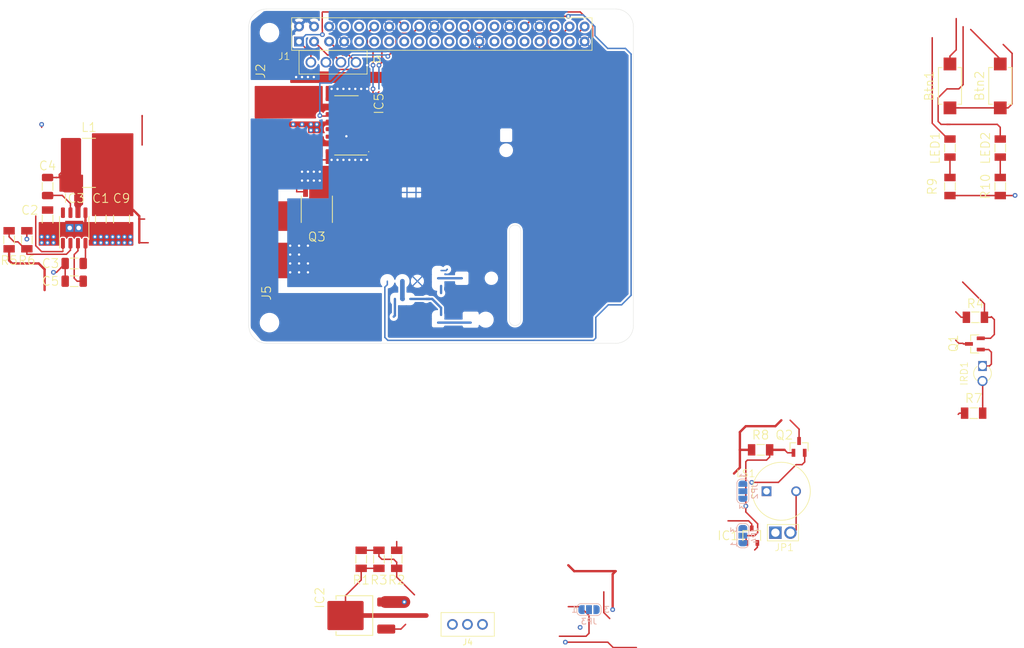
<source format=kicad_pcb>
(kicad_pcb (version 20171130) (host pcbnew "(5.1.2-1)-1")
  (layers (0 F.Cu signal) (31 B.Cu signal hide) (34 B.Paste user) (35 F.Paste user) (36 B.SilkS user) (37 F.SilkS user) (38 B.Mask user) (39 F.Mask user) (44 Edge.Cuts user))
  (net 0 "")
  (net 1 GND)
  (net 2 "Net-(J1-Pad35)")
  (net 3 "Net-(J1-Pad27)")
  (net 4 "Net-(J1-Pad23)")
  (net 5 "Net-(J1-Pad21)")
  (net 6 "Net-(J1-Pad19)")
  (net 7 "Net-(J1-Pad17)")
  (net 8 "Net-(J1-Pad13)")
  (net 9 "Net-(J1-Pad11)")
  (net 10 SCL)
  (net 11 SDA)
  (net 12 "Net-(J1-Pad28)")
  (net 13 "Net-(J1-Pad26)")
  (net 14 "Net-(J1-Pad10)")
  (net 15 "Net-(J1-Pad8)")
  (net 16 +5V)
  (net 17 Vbat)
  (net 18 "Net-(C5-Pad2)")
  (net 19 "Net-(C4-Pad2)")
  (net 20 "Net-(J1-Pad15)")
  (net 21 GPIO26)
  (net 22 GPIO13)
  (net 23 GPIO6)
  (net 24 GPIO5)
  (net 25 "Net-(IC2-Pad1)")
  (net 26 Vservo)
  (net 27 "Net-(IC3-Pad2)")
  (net 28 "Net-(IC5-Pad15)")
  (net 29 GPIO18)
  (net 30 GPIO24)
  (net 31 "Net-(IC5-Pad10)")
  (net 32 GPIO25)
  (net 33 "Net-(IC5-Pad13)")
  (net 34 "Net-(J1-Pad9)")
  (net 35 GPIO23)
  (net 36 GPIO12)
  (net 37 GPIO16)
  (net 38 GPIO20)
  (net 39 GPIO21)
  (net 40 "Net-(J4-Pad2)")
  (net 41 GPIO8)
  (net 42 "Net-(IC1-Pad1)")
  (net 43 "Net-(JP1-Pad1)")
  (net 44 "Net-(JP2-Pad1)")
  (net 45 +3V3)
  (net 46 "Net-(JP1-Pad2)")
  (net 47 "Net-(JP2-Pad2)")
  (net 48 "Net-(LED1-Pad1)")
  (net 49 "Net-(LED2-Pad1)")
  (net 50 +BATT)
  (net 51 "Net-(J5-Pad1)")
  (net 52 "Net-(C3-Pad2)")
  (net 53 "Net-(C4-Pad1)")
  (net 54 "Net-(IRD1-Pad1)")
  (net 55 "Net-(IRD1-Pad2)")
  (module "Pi HAT Footprints:DPAK3P457_1010X238L155X81T525X470M" (layer F.Cu) (at 138.5 171 90)
    (fp_text reference IC2 (at 3 -7 90) (layer F.SilkS) (effects (font (size 1.5 1.5))))
    (fp_text value AZ2085D-ADJTRG1)
    (pad 2 smd roundrect (at 0 -2.65 180) (size 6.12 4.93) (layers F.Cu F.Mask) (roundrect_rratio 0.051) (net 26 Vservo))
    (pad 3 smd roundrect (at 2.286 4.23 180) (size 3.04 1.53) (layers F.Cu F.Paste F.Mask) (roundrect_rratio 0.163) (net 50 +BATT))
    (pad 1 smd roundrect (at -2.286 4.23 180) (size 3.04 1.53) (layers F.Cu F.Paste F.Mask) (roundrect_rratio 0.1634) (net 25 "Net-(IC2-Pad1)"))
  )
  (module "Pi HAT Footprints:INDC800X800X450L240M" (layer F.Cu) (at 92.5 94.5 180)
    (fp_text reference L1 (at 0 6) (layer F.SilkS) (effects (font (size 1.5 1.5))))
    (fp_text value 3.3uH)
    (pad 2 smd roundrect (at 3.045 0 180) (size 3.42 8.41) (layers F.Cu F.Paste F.Mask) (roundrect_rratio 0.0731) (net 53 "Net-(C4-Pad1)"))
    (pad 1 smd roundrect (at -3.045 0 180) (size 3.42 8.41) (layers F.Cu F.Paste F.Mask) (roundrect_rratio 0.0731) (net 16 +5V))
  )
  (module "Pi HAT Footprints:SOIC16P127_990X600X175L83X41M" (layer F.Cu) (at 136.006914 88.169157 90)
    (fp_text reference IC5 (at 3.669157 5.493086 90) (layer F.SilkS) (effects (font (size 1.5 1.5))))
    (fp_text value VNH7070BAS)
    (pad 16 smd roundrect (at -4.445 -2.425 180) (size 2.17 0.68) (layers F.Cu F.Paste F.Mask) (net 1 GND))
    (pad 15 smd roundrect (at -3.175 -2.425 180) (size 2.17 0.68) (layers F.Cu F.Paste F.Mask) (net 28 "Net-(IC5-Pad15)"))
    (pad 14 smd roundrect (at -1.905 -2.425 180) (size 2.17 0.68) (layers F.Cu F.Paste F.Mask) (net 1 GND))
    (pad 13 smd roundrect (at -0.635 -2.425 180) (size 2.17 0.68) (layers F.Cu F.Paste F.Mask) (net 33 "Net-(IC5-Pad13)"))
    (pad 12 smd roundrect (at 0.635 -2.425 180) (size 2.17 0.68) (layers F.Cu F.Paste F.Mask) (net 17 Vbat))
    (pad 11 smd roundrect (at 1.905 -2.425 180) (size 2.17 0.68) (layers F.Cu F.Paste F.Mask) (net 30 GPIO24))
    (pad 10 smd roundrect (at 3.175 -2.425 180) (size 2.17 0.68) (layers F.Cu F.Paste F.Mask) (net 31 "Net-(IC5-Pad10)"))
    (pad 9 smd roundrect (at 4.445 -2.425 180) (size 2.17 0.68) (layers F.Cu F.Paste F.Mask) (net 1 GND))
    (pad 8 smd roundrect (at 4.445 2.425 180) (size 2.17 0.68) (layers F.Cu F.Paste F.Mask) (net 1 GND))
    (pad 7 smd roundrect (at 3.175 2.425 180) (size 2.17 0.68) (layers F.Cu F.Paste F.Mask) (net 31 "Net-(IC5-Pad10)"))
    (pad 6 smd roundrect (at 1.905 2.425 180) (size 2.17 0.68) (layers F.Cu F.Paste F.Mask) (net 29 GPIO18))
    (pad 5 smd roundrect (at 0.635 2.425 180) (size 2.17 0.68) (layers F.Cu F.Paste F.Mask) (net 17 Vbat))
    (pad 4 smd roundrect (at -0.635 2.425 180) (size 2.17 0.68) (layers F.Cu F.Paste F.Mask) (net 17 Vbat))
    (pad 3 smd roundrect (at -1.905 2.425 180) (size 2.17 0.68) (layers F.Cu F.Paste F.Mask) (net 35 GPIO23))
    (pad 2 smd roundrect (at -3.175 2.425 180) (size 2.17 0.68) (layers F.Cu F.Paste F.Mask) (net 28 "Net-(IC5-Pad15)"))
    (pad 1 smd roundrect (at -4.445 2.425 180) (size 2.17 0.68) (layers F.Cu F.Paste F.Mask) (net 1 GND))
  )
  (module library_express_pro:LED_YSL-R531R3D-D2 (layer F.Cu) (at 243.5 130.1 270)
    (fp_text reference IRD1 (at 0 3.1 90) (layer F.SilkS) (effects (font (size 1.2 1.2) (thickness 0.12))))
    (fp_text value IR_LED)
    (pad 1 thru_hole rect (at -1.27 0 270) (size 1.7 1.43) (drill 1.2) (layers *.Cu *.Mask) (net 54 "Net-(IRD1-Pad1)"))
    (pad 2 thru_hole circle (at 1.27 0 270) (size 1.7 1.7) (drill 1.2) (layers *.Cu *.Mask) (net 55 "Net-(IRD1-Pad2)"))
  )
  (module library_express_pro:RLC_EIA_3216 (layer F.Cu) (at 246.5 98.5 90)
    (fp_text reference R10 (at 0 -2.5 90) (layer F.SilkS) (effects (font (size 1.5 1.5))))
    (fp_text value 220)
    (pad 1 smd rect (at -1.525 0 90) (size 1.26 1.92) (layers F.Cu F.Paste F.Mask) (net 1 GND))
    (pad 2 smd rect (at 1.525 0 90) (size 1.26 1.92) (layers F.Cu F.Paste F.Mask) (net 49 "Net-(LED2-Pad1)"))
  )
  (module library_express_pro:RLC_EIA_3216 (layer F.Cu) (at 238 98.5 90)
    (fp_text reference R9 (at 0 -3 90) (layer F.SilkS) (effects (font (size 1.5 1.5))))
    (fp_text value 220)
    (pad 1 smd rect (at -1.525 0 90) (size 1.26 1.92) (layers F.Cu F.Paste F.Mask) (net 1 GND))
    (pad 2 smd rect (at 1.525 0 90) (size 1.26 1.92) (layers F.Cu F.Paste F.Mask) (net 48 "Net-(LED1-Pad1)"))
  )
  (module "Pi HAT Footprints:SOIC9P127_490X600X150L72X40T305X241L" (layer F.Cu) (at 90 105.5)
    (fp_text reference IC3 (at 0 -5) (layer F.SilkS) (effects (font (size 1.5 1.5))))
    (fp_text value AP65450)
    (pad 9 thru_hole rect (at -0.762 0) (size 1.324 1.324) (drill 0.762) (layers *.Cu *.Mask) (net 1 GND))
    (pad 9 thru_hole rect (at 0.762 0) (size 1.324 1.324) (drill 0.762) (layers *.Cu *.Mask) (net 1 GND))
    (pad 9 smd rect (at 0 0 90) (size 2.41 3.05) (layers F.Cu F.Mask) (net 1 GND))
    (pad 8 smd roundrect (at -1.905 -2.575 90) (size 1.78 0.67) (layers F.Cu F.Paste F.Mask) (roundrect_rratio 0.2537) (net 50 +BATT))
    (pad 7 smd roundrect (at -0.635 -2.575 90) (size 1.78 0.67) (layers F.Cu F.Paste F.Mask) (roundrect_rratio 0.2537) (net 19 "Net-(C4-Pad2)"))
    (pad 6 smd roundrect (at 0.635 -2.575 90) (size 1.78 0.67) (layers F.Cu F.Paste F.Mask) (roundrect_rratio 0.2537) (net 53 "Net-(C4-Pad1)"))
    (pad 5 smd roundrect (at 1.905 -2.575 90) (size 1.78 0.67) (layers F.Cu F.Paste F.Mask) (roundrect_rratio 0.2537) (net 1 GND))
    (pad 4 smd roundrect (at 1.905 2.575 90) (size 1.78 0.67) (layers F.Cu F.Paste F.Mask) (roundrect_rratio 0.2537) (net 52 "Net-(C3-Pad2)"))
    (pad 3 smd roundrect (at 0.635 2.575 90) (size 1.78 0.67) (layers F.Cu F.Paste F.Mask) (roundrect_rratio 0.2537) (net 18 "Net-(C5-Pad2)"))
    (pad 2 smd roundrect (at -0.635 2.575 90) (size 1.78 0.67) (layers F.Cu F.Paste F.Mask) (roundrect_rratio 0.2537) (net 27 "Net-(IC3-Pad2)"))
    (pad 1 smd roundrect (at -1.905 2.575 90) (size 1.78 0.67) (layers F.Cu F.Paste F.Mask) (roundrect_rratio 0.2537) (net 50 +BATT))
  )
  (module "Pi HAT Footprints:CAPC320X250X180L50L" (layer F.Cu) (at 98 104 90)
    (fp_text reference C9 (at 3.5 0 180) (layer F.SilkS) (effects (font (size 1.5 1.5))))
    (fp_text value "22uF 25V")
    (pad 2 smd roundrect (at 1.525 0 90) (size 1.26 2.82) (layers F.Cu F.Paste F.Mask) (roundrect_rratio 0.1984) (net 16 +5V))
    (pad 1 smd roundrect (at -1.525 0 90) (size 1.26 2.82) (layers F.Cu F.Paste F.Mask) (roundrect_rratio 0.1984) (net 1 GND))
  )
  (module "Pi HAT Footprints:CAPC320X160X180L50M" (layer F.Cu) (at 85.5 98.5 270)
    (fp_text reference C4 (at -3.5 0 180) (layer F.SilkS) (effects (font (size 1.5 1.5))))
    (fp_text value "1uF 25V")
    (pad 2 smd roundrect (at 1.525 0 270) (size 1.26 1.92) (layers F.Cu F.Paste F.Mask) (roundrect_rratio 0.1984) (net 19 "Net-(C4-Pad2)"))
    (pad 1 smd roundrect (at -1.525 0 270) (size 1.26 1.92) (layers F.Cu F.Paste F.Mask) (roundrect_rratio 0.1984) (net 53 "Net-(C4-Pad1)"))
  )
  (module "Pi HAT Footprints:CAPC320X160X180L50M" (layer F.Cu) (at 90 111.5)
    (fp_text reference C3 (at -4 0) (layer F.SilkS) (effects (font (size 1.5 1.5))))
    (fp_text value "1uF 25V")
    (pad 2 smd roundrect (at 1.525 0) (size 1.26 1.92) (layers F.Cu F.Paste F.Mask) (roundrect_rratio 0.1984) (net 52 "Net-(C3-Pad2)"))
    (pad 1 smd roundrect (at -1.525 0) (size 1.26 1.92) (layers F.Cu F.Paste F.Mask) (roundrect_rratio 0.1984) (net 1 GND))
  )
  (module library_express_pro:RLC_EIA_3216 (layer F.Cu) (at 85.5 104 90)
    (fp_text reference C2 (at 1.5 -3 180) (layer F.SilkS) (effects (font (size 1.5 1.5))))
    (fp_text value 10uF)
    (pad 1 smd rect (at -1.525 0 90) (size 1.26 1.92) (layers F.Cu F.Paste F.Mask) (net 1 GND))
    (pad 2 smd rect (at 1.525 0 90) (size 1.26 1.92) (layers F.Cu F.Paste F.Mask) (net 50 +BATT))
  )
  (module library_express_pro:SOT23 (layer F.Cu) (at 212.5 142.5)
    (fp_text reference Q2 (at -2.5 -2) (layer F.SilkS) (effects (font (size 1.5 1.5))))
    (fp_text value DMG2301L-7)
    (pad 1 smd rect (at -0.95 1 90) (size 1.35 0.62) (layers F.Cu F.Paste F.Mask) (net 42 "Net-(IC1-Pad1)"))
    (pad 2 smd rect (at 0.95 1 90) (size 1.35 0.62) (layers F.Cu F.Paste F.Mask) (net 44 "Net-(JP2-Pad1)"))
    (pad 3 smd rect (at 0 -1 90) (size 1.35 0.62) (layers F.Cu F.Paste F.Mask) (net 16 +5V))
  )
  (module library_express_pro:RLC_EIA_3216 (layer F.Cu) (at 206 143 180)
    (fp_text reference R8 (at 0 2.5) (layer F.SilkS) (effects (font (size 1.5 1.5))))
    (fp_text value 220)
    (pad 1 smd rect (at -1.525 0 180) (size 1.26 1.92) (layers F.Cu F.Paste F.Mask) (net 42 "Net-(IC1-Pad1)"))
    (pad 2 smd rect (at 1.525 0 180) (size 1.26 1.92) (layers F.Cu F.Paste F.Mask) (net 16 +5V))
  )
  (module Jumper:SolderJumper-3_P1.3mm_Open_RoundedPad1.0x1.5mm_NumberLabels (layer B.Cu) (at 203 157.5 90)
    (fp_text reference JP4 (at 0 2 270) (layer B.SilkS) (effects (justify mirror)))
    (fp_text value SolderJumper_3_Bridged12)
    (fp_text user 1 (at -1.5 -1.5 270) (layer B.SilkS) (effects (justify mirror)))
    (fp_text user 3 (at 1 -1.5 270) (layer B.SilkS) (effects (justify mirror)))
    (pad 2 smd rect (at 0 0 90) (size 1 1.5) (layers B.Cu B.Mask) (net 43 "Net-(JP1-Pad1)"))
    (pad 3 smd custom (at 1.3 0 90) (size 1 0.5) (layers B.Cu B.Mask) (net 16 +5V) (options (clearance outline) (anchor rect)) (primitives (gr_circle (center 0 -0.25) (end 0.5 -0.25) (width 0)) (gr_circle (center 0 0.25) (end 0.5 0.25) (width 0)) (gr_poly (pts (xy -0.55 0.75) (xy 0 0.75) (xy 0 -0.75) (xy -0.55 -0.75)) (width 0))))
    (pad 1 smd custom (at -1.3 0 90) (size 1 0.5) (layers B.Cu B.Mask) (net 1 GND) (options (clearance outline) (anchor rect)) (primitives (gr_circle (center 0 -0.25) (end 0.5 -0.25) (width 0)) (gr_circle (center 0 0.25) (end 0.5 0.25) (width 0)) (gr_poly (pts (xy 0.55 0.75) (xy 0 0.75) (xy 0 -0.75) (xy 0.55 -0.75)) (width 0))))
  )
  (module library_express_pro:RasPi_Header_0.9 (layer F.Cu) (at 128 74)
    (fp_text reference J1 (at -2.5 2.5) (layer F.SilkS) (effects (font (size 1.2 1.2) (thickness 0.12))))
    (fp_text value Conn_02x20_Odd_Even)
    (pad 1 thru_hole rect (at 0 0) (size 1.6764 1.6764) (drill 0.900001) (layers *.Cu *.Mask) (net 45 +3V3))
    (pad 2 thru_hole circle (at 0 -2.54) (size 1.6764 1.6764) (drill 0.900001) (layers *.Cu *.Mask) (net 16 +5V))
    (pad 3 thru_hole circle (at 2.54 0) (size 1.6764 1.6764) (drill 0.900001) (layers *.Cu *.Mask) (net 11 SDA))
    (pad 4 thru_hole circle (at 2.54 -2.54) (size 1.6764 1.6764) (drill 0.900001) (layers *.Cu *.Mask) (net 16 +5V))
    (pad 5 thru_hole circle (at 5.08 0) (size 1.6764 1.6764) (drill 0.900001) (layers *.Cu *.Mask) (net 10 SCL))
    (pad 6 thru_hole circle (at 5.08 -2.54) (size 1.6764 1.6764) (drill 0.900001) (layers *.Cu *.Mask) (net 1 GND))
    (pad 7 thru_hole circle (at 7.62 0) (size 1.6764 1.6764) (drill 0.900001) (layers *.Cu *.Mask) (net 1 GND))
    (pad 8 thru_hole circle (at 7.62 -2.54) (size 1.6764 1.6764) (drill 0.900001) (layers *.Cu *.Mask) (net 15 "Net-(J1-Pad8)"))
    (pad 9 thru_hole circle (at 10.16 0) (size 1.6764 1.6764) (drill 0.900001) (layers *.Cu *.Mask) (net 34 "Net-(J1-Pad9)"))
    (pad 10 thru_hole circle (at 10.16 -2.54) (size 1.6764 1.6764) (drill 0.900001) (layers *.Cu *.Mask) (net 14 "Net-(J1-Pad10)"))
    (pad 11 thru_hole circle (at 12.7 0) (size 1.6764 1.6764) (drill 0.900001) (layers *.Cu *.Mask) (net 9 "Net-(J1-Pad11)"))
    (pad 12 thru_hole circle (at 12.7 -2.54) (size 1.6764 1.6764) (drill 0.900001) (layers *.Cu *.Mask) (net 29 GPIO18))
    (pad 13 thru_hole circle (at 15.24 0) (size 1.6764 1.6764) (drill 0.900001) (layers *.Cu *.Mask) (net 8 "Net-(J1-Pad13)"))
    (pad 14 thru_hole circle (at 15.24 -2.54) (size 1.6764 1.6764) (drill 0.900001) (layers *.Cu *.Mask) (net 1 GND))
    (pad 15 thru_hole circle (at 17.78 0) (size 1.6764 1.6764) (drill 0.900001) (layers *.Cu *.Mask) (net 20 "Net-(J1-Pad15)"))
    (pad 16 thru_hole circle (at 17.78 -2.54) (size 1.6764 1.6764) (drill 0.900001) (layers *.Cu *.Mask) (net 35 GPIO23))
    (pad 17 thru_hole circle (at 20.32 0) (size 1.6764 1.6764) (drill 0.900001) (layers *.Cu *.Mask) (net 7 "Net-(J1-Pad17)"))
    (pad 18 thru_hole circle (at 20.32 -2.54) (size 1.6764 1.6764) (drill 0.900001) (layers *.Cu *.Mask) (net 30 GPIO24))
    (pad 19 thru_hole circle (at 22.86 0) (size 1.6764 1.6764) (drill 0.900001) (layers *.Cu *.Mask) (net 6 "Net-(J1-Pad19)"))
    (pad 20 thru_hole circle (at 22.86 -2.54) (size 1.6764 1.6764) (drill 0.900001) (layers *.Cu *.Mask) (net 1 GND))
    (pad 21 thru_hole circle (at 25.4 0) (size 1.6764 1.6764) (drill 0.900001) (layers *.Cu *.Mask) (net 5 "Net-(J1-Pad21)"))
    (pad 22 thru_hole circle (at 25.4 -2.54) (size 1.6764 1.6764) (drill 0.900001) (layers *.Cu *.Mask) (net 32 GPIO25))
    (pad 23 thru_hole circle (at 27.94 0) (size 1.6764 1.6764) (drill 0.900001) (layers *.Cu *.Mask) (net 4 "Net-(J1-Pad23)"))
    (pad 24 thru_hole circle (at 27.94 -2.54) (size 1.6764 1.6764) (drill 0.900001) (layers *.Cu *.Mask) (net 41 GPIO8))
    (pad 25 thru_hole circle (at 30.48 0) (size 1.6764 1.6764) (drill 0.900001) (layers *.Cu *.Mask) (net 1 GND))
    (pad 26 thru_hole circle (at 30.48 -2.54) (size 1.6764 1.6764) (drill 0.900001) (layers *.Cu *.Mask) (net 13 "Net-(J1-Pad26)"))
    (pad 27 thru_hole circle (at 33.02 0) (size 1.6764 1.6764) (drill 0.900001) (layers *.Cu *.Mask) (net 3 "Net-(J1-Pad27)"))
    (pad 28 thru_hole circle (at 33.02 -2.54) (size 1.6764 1.6764) (drill 0.900001) (layers *.Cu *.Mask) (net 12 "Net-(J1-Pad28)"))
    (pad 29 thru_hole circle (at 35.56 0) (size 1.6764 1.6764) (drill 0.900001) (layers *.Cu *.Mask) (net 24 GPIO5))
    (pad 30 thru_hole circle (at 35.56 -2.54) (size 1.6764 1.6764) (drill 0.900001) (layers *.Cu *.Mask) (net 1 GND))
    (pad 31 thru_hole circle (at 38.1 0) (size 1.6764 1.6764) (drill 0.900001) (layers *.Cu *.Mask) (net 23 GPIO6))
    (pad 32 thru_hole circle (at 38.1 -2.54) (size 1.6764 1.6764) (drill 0.900001) (layers *.Cu *.Mask) (net 36 GPIO12))
    (pad 33 thru_hole circle (at 40.64 0) (size 1.6764 1.6764) (drill 0.900001) (layers *.Cu *.Mask) (net 22 GPIO13))
    (pad 34 thru_hole circle (at 40.64 -2.54) (size 1.6764 1.6764) (drill 0.900001) (layers *.Cu *.Mask) (net 1 GND))
    (pad 35 thru_hole circle (at 43.18 0) (size 1.6764 1.6764) (drill 0.900001) (layers *.Cu *.Mask) (net 2 "Net-(J1-Pad35)"))
    (pad 36 thru_hole circle (at 43.18 -2.54) (size 1.6764 1.6764) (drill 0.900001) (layers *.Cu *.Mask) (net 37 GPIO16))
    (pad 37 thru_hole circle (at 45.72 0) (size 1.6764 1.6764) (drill 0.900001) (layers *.Cu *.Mask) (net 21 GPIO26))
    (pad 38 thru_hole circle (at 45.72 -2.54) (size 1.6764 1.6764) (drill 0.900001) (layers *.Cu *.Mask) (net 38 GPIO20))
    (pad 39 thru_hole circle (at 48.26 0) (size 1.6764 1.6764) (drill 0.900001) (layers *.Cu *.Mask) (net 1 GND))
    (pad 40 thru_hole circle (at 48.26 -2.54) (size 1.6764 1.6764) (drill 0.900001) (layers *.Cu *.Mask) (net 39 GPIO21))
  )
  (module library_express_pro:RLC_EIA_3216 (layer F.Cu) (at 141.5 161.5 90)
    (fp_text reference R3 (at -3.5 0 180) (layer F.SilkS) (effects (font (size 1.5 1.5))))
    (fp_text value 66.3k)
    (pad 1 smd rect (at -1.525 0 90) (size 1.26 1.92) (layers F.Cu F.Paste F.Mask) (net 26 Vservo))
    (pad 2 smd rect (at 1.525 0 90) (size 1.26 1.92) (layers F.Cu F.Paste F.Mask) (net 25 "Net-(IC2-Pad1)"))
  )
  (module Jumper:SolderJumper-3_P1.3mm_Open_RoundedPad1.0x1.5mm_NumberLabels (layer B.Cu) (at 177 170)
    (fp_text reference JP3 (at 0 2) (layer B.SilkS) (effects (justify mirror)))
    (fp_text value SolderJumper_3_Bridged12)
    (fp_text user 1 (at -2.5 0) (layer B.SilkS) (effects (justify mirror)))
    (fp_text user 3 (at 3 0) (layer B.SilkS) (effects (justify mirror)))
    (pad 2 smd rect (at 0 0) (size 1 1.5) (layers B.Cu B.Mask) (net 40 "Net-(J4-Pad2)"))
    (pad 3 smd custom (at 1.3 0) (size 1 0.5) (layers B.Cu B.Mask) (net 16 +5V) (options (clearance outline) (anchor rect)) (primitives (gr_circle (center 0 -0.25) (end 0.5 -0.25) (width 0)) (gr_circle (center 0 0.25) (end 0.5 0.25) (width 0)) (gr_poly (pts (xy -0.55 0.75) (xy 0 0.75) (xy 0 -0.75) (xy -0.55 -0.75)) (width 0))))
    (pad 1 smd custom (at -1.3 0) (size 1 0.5) (layers B.Cu B.Mask) (net 26 Vservo) (options (clearance outline) (anchor rect)) (primitives (gr_circle (center 0 -0.25) (end 0.5 -0.25) (width 0)) (gr_circle (center 0 0.25) (end 0.5 0.25) (width 0)) (gr_poly (pts (xy 0.55 0.75) (xy 0 0.75) (xy 0 -0.75) (xy 0.55 -0.75)) (width 0))))
  )
  (module Jumper:SolderJumper-3_P1.3mm_Open_RoundedPad1.0x1.5mm_NumberLabels (layer B.Cu) (at 203 150 270)
    (fp_text reference JP2 (at 0 -2 270) (layer B.SilkS) (effects (justify mirror)))
    (fp_text value SolderJumper_3_Bridged12)
    (fp_text user 1 (at -2.6 0 270) (layer B.SilkS) (effects (justify mirror)))
    (fp_text user 3 (at 2.6 0 270) (layer B.SilkS) (effects (justify mirror)))
    (pad 2 smd rect (at 0 0 270) (size 1 1.5) (layers B.Cu B.Mask) (net 47 "Net-(JP2-Pad2)"))
    (pad 3 smd custom (at 1.3 0 270) (size 1 0.5) (layers B.Cu B.Mask) (net 42 "Net-(IC1-Pad1)") (options (clearance outline) (anchor rect)) (primitives (gr_circle (center 0 -0.25) (end 0.5 -0.25) (width 0)) (gr_circle (center 0 0.25) (end 0.5 0.25) (width 0)) (gr_poly (pts (xy -0.55 0.75) (xy 0 0.75) (xy 0 -0.75) (xy -0.55 -0.75)) (width 0))))
    (pad 1 smd custom (at -1.3 0 270) (size 1 0.5) (layers B.Cu B.Mask) (net 44 "Net-(JP2-Pad1)") (options (clearance outline) (anchor rect)) (primitives (gr_circle (center 0 -0.25) (end 0.5 -0.25) (width 0)) (gr_circle (center 0 0.25) (end 0.5 0.25) (width 0)) (gr_poly (pts (xy 0.55 0.75) (xy 0 0.75) (xy 0 -0.75) (xy 0.55 -0.75)) (width 0))))
  )
  (module library_express_pro:SO-8L (layer F.Cu) (at 131 102 180)
    (fp_text reference Q3 (at 0 -5) (layer F.SilkS) (effects (font (size 1.5 1.5))))
    (fp_text value SQJA37EP1)
    (pad 2 smd rect (at -1.905 2.62 270) (size 1.73 0.82) (layers F.Cu F.Paste F.Mask) (net 50 +BATT))
    (pad 2 smd rect (at -0.635 2.62 270) (size 1.73 0.82) (layers F.Cu F.Paste F.Mask) (net 50 +BATT))
    (pad 2 smd rect (at 0.635 2.62 270) (size 1.73 0.82) (layers F.Cu F.Paste F.Mask) (net 50 +BATT))
    (pad 3 smd rect (at 1.905 2.62 270) (size 1.73 0.82) (layers F.Cu F.Paste F.Mask) (net 1 GND))
    (pad 1 smd rect (at 0 -1.41 270) (size 4.169999 4.229999) (layers F.Cu F.Mask) (net 51 "Net-(J5-Pad1)"))
  )
  (module library_express_pro:RLC_EIA_3216 (layer F.Cu) (at 246.5 92 90)
    (fp_text reference LED2 (at 0 -2.5 90) (layer F.SilkS) (effects (font (size 1.5 1.5))))
    (fp_text value 599-0210-007F)
    (pad 1 smd rect (at -1.525 0 90) (size 1.26 1.92) (layers F.Cu F.Paste F.Mask) (net 49 "Net-(LED2-Pad1)"))
    (pad 2 smd rect (at 1.525 0 90) (size 1.26 1.92) (layers F.Cu F.Paste F.Mask) (net 21 GPIO26))
  )
  (module library_express_pro:RLC_EIA_3216 (layer F.Cu) (at 238 92 90)
    (fp_text reference LED1 (at 0 -2.5 90) (layer F.SilkS) (effects (font (size 1.5 1.5))))
    (fp_text value 599-0210-007F)
    (pad 1 smd rect (at -1.525 0 90) (size 1.26 1.92) (layers F.Cu F.Paste F.Mask) (net 48 "Net-(LED1-Pad1)"))
    (pad 2 smd rect (at 1.525 0 90) (size 1.26 1.92) (layers F.Cu F.Paste F.Mask) (net 37 GPIO16))
  )
  (module library_express_pro:PTS636 (layer F.Cu) (at 238 81.5 90)
    (fp_text reference Btn1 (at 0 -3.5 90) (layer F.SilkS) (effects (font (size 1.5 1.5))))
    (fp_text value PTS636)
    (pad 1 smd rect (at -3.71 0 90) (size 2.16 2.15) (layers F.Cu F.Paste F.Mask) (net 45 +3V3))
    (pad 2 smd rect (at 3.71 0 90) (size 2.16 2.15) (layers F.Cu F.Paste F.Mask) (net 38 GPIO20))
  )
  (module library_express_pro:PTS636 (layer F.Cu) (at 246.5 81.5 90)
    (fp_text reference Btn2 (at 0 -3.5 90) (layer F.SilkS) (effects (font (size 1.5 1.5))))
    (fp_text value PTS636)
    (pad 1 smd rect (at -3.71 0 90) (size 2.16 2.15) (layers F.Cu F.Paste F.Mask) (net 45 +3V3))
    (pad 2 smd rect (at 3.71 0 90) (size 2.16 2.15) (layers F.Cu F.Paste F.Mask) (net 39 GPIO21))
  )
  (module library_express_pro:standard_jumper (layer F.Cu) (at 208.5 157)
    (fp_text reference JP1 (at 1.5 2.5) (layer F.SilkS) (effects (font (size 1.2 1.2) (thickness 0.12))))
    (fp_text value Jumper)
    (pad 1 thru_hole rect (at 0 0) (size 2.1 2.1) (drill 1.4) (layers *.Cu *.Mask) (net 43 "Net-(JP1-Pad1)"))
    (pad 2 thru_hole circle (at 2.54 0) (size 2.1 2.1) (drill 1.4) (layers *.Cu *.Mask) (net 46 "Net-(JP1-Pad2)"))
  )
  (module MountingHole:MountingHole_2.7mm_M2.5 (layer F.Cu) (at 181 121.5)
    (fp_text reference H4 hide)
    (fp_text value MountingHole)
    (pad 1 np_thru_hole circle (at 0 0) (size 2.7 2.7) (drill 2.7) (layers *.Cu *.Mask))
  )
  (module MountingHole:MountingHole_2.7mm_M2.5 (layer F.Cu) (at 123 121.5)
    (fp_text reference H3 hide)
    (fp_text value MountingHole)
    (pad 1 np_thru_hole circle (at 0 0) (size 2.7 2.7) (drill 2.7) (layers *.Cu *.Mask))
  )
  (module MountingHole:MountingHole_2.7mm_M2.5 (layer F.Cu) (at 181 72.5)
    (fp_text reference H2 hide)
    (fp_text value MountingHole)
    (pad 1 np_thru_hole circle (at 0 0) (size 2.7 2.7) (drill 2.7) (layers *.Cu *.Mask))
  )
  (module MountingHole:MountingHole_2.7mm_M2.5 (layer F.Cu) (at 123 72.5)
    (fp_text reference H1 hide)
    (fp_text value MountingHole)
    (pad "" np_thru_hole circle (at 0 0) (size 2.7 2.7) (drill 2.7) (layers *.Cu *.Mask))
  )
  (module library_express_pro:Buzzer_AI1027TWT5V2R (layer F.Cu) (at 209.5 150)
    (fp_text reference LS1 (at -6 -3) (layer F.SilkS) (effects (font (size 1.2 1.2) (thickness 0.12))))
    (fp_text value AI1027TWT5V2R)
    (pad 1 thru_hole rect (at -2.5 0) (size 1.65 1.65) (drill 1.1) (layers *.Cu *.Mask) (net 47 "Net-(JP2-Pad2)"))
    (pad 2 thru_hole circle (at 2.5 0) (size 1.65 1.65) (drill 1.1) (layers *.Cu *.Mask) (net 46 "Net-(JP1-Pad2)"))
  )
  (module library_express_pro:Connector_pads (layer F.Cu) (at 123 107 270)
    (fp_text reference J5 (at 9.5 0.5 90) (layer F.SilkS) (effects (font (size 1.5 1.5))))
    (fp_text value Battery)
    (pad 1 smd rect (at -3.5 0 270) (size 4.67 4.63) (layers F.Cu F.Paste F.Mask) (net 51 "Net-(J5-Pad1)"))
    (pad 2 smd rect (at 3.5 0 270) (size 4.67 4.63) (layers F.Cu F.Paste F.Mask) (net 1 GND))
  )
  (module library_express_pro:Connector_pads (layer F.Cu) (at 123 88 270)
    (fp_text reference J2 (at -9 1.5 270) (layer F.SilkS) (effects (font (size 1.5 1.5))))
    (fp_text value Conn_01x02)
    (pad 1 smd rect (at -3.5 0 270) (size 4.67 4.63) (layers F.Cu F.Paste F.Mask) (net 31 "Net-(IC5-Pad10)"))
    (pad 2 smd rect (at 3.5 0 270) (size 4.67 4.63) (layers F.Cu F.Paste F.Mask) (net 28 "Net-(IC5-Pad15)"))
  )
  (module library_express_pro:RLC_EIA_3216 (layer F.Cu) (at 242 136.8 180)
    (fp_text reference R7 (at 0 2.5) (layer F.SilkS) (effects (font (size 1.5 1.5))))
    (fp_text value 220)
    (pad 1 smd rect (at -1.525 0 180) (size 1.26 1.92) (layers F.Cu F.Paste F.Mask) (net 55 "Net-(IRD1-Pad2)"))
    (pad 2 smd rect (at 1.525 0 180) (size 1.26 1.92) (layers F.Cu F.Paste F.Mask) (net 16 +5V))
  )
  (module library_express_pro:SSOP3 (layer F.Cu) (at 204.5 157.5)
    (fp_text reference IC1 (at -4 0) (layer F.SilkS) (effects (font (size 1.5 1.5))))
    (fp_text value BD48K60)
    (pad 1 smd rect (at -0.95 1.23 90) (size 0.97 0.62) (layers F.Cu F.Paste F.Mask) (net 42 "Net-(IC1-Pad1)"))
    (pad 2 smd rect (at 0.95 1.23 90) (size 0.97 0.62) (layers F.Cu F.Paste F.Mask) (net 50 +BATT))
    (pad 3 smd rect (at 0 -1.23 90) (size 0.97 0.62) (layers F.Cu F.Paste F.Mask) (net 1 GND))
  )
  (module library_express_pro:RLC_EIA_3216 (layer F.Cu) (at 82 107.5 270)
    (fp_text reference R6 (at 3.5 0 180) (layer F.SilkS) (effects (font (size 1.5 1.5))))
    (fp_text value 22.1k)
    (pad 1 smd rect (at -1.525 0 270) (size 1.26 1.92) (layers F.Cu F.Paste F.Mask) (net 1 GND))
    (pad 2 smd rect (at 1.525 0 270) (size 1.26 1.92) (layers F.Cu F.Paste F.Mask) (net 27 "Net-(IC3-Pad2)"))
  )
  (module library_express_pro:RLC_EIA_3216 (layer F.Cu) (at 79 107.5 90)
    (fp_text reference R5 (at -3.5 0 180) (layer F.SilkS) (effects (font (size 1.5 1.5))))
    (fp_text value 124k)
    (pad 1 smd rect (at -1.525 0 90) (size 1.26 1.92) (layers F.Cu F.Paste F.Mask) (net 16 +5V))
    (pad 2 smd rect (at 1.525 0 90) (size 1.26 1.92) (layers F.Cu F.Paste F.Mask) (net 27 "Net-(IC3-Pad2)"))
  )
  (module library_express_pro:RLC_EIA_3216 (layer F.Cu) (at 242.3 120.6 180)
    (fp_text reference R4 (at 0 2.3) (layer F.SilkS) (effects (font (size 1.5 1.5))))
    (fp_text value 22.1k)
    (pad 1 smd rect (at -1.525 0 180) (size 1.26 1.92) (layers F.Cu F.Paste F.Mask) (net 41 GPIO8))
    (pad 2 smd rect (at 1.525 0 180) (size 1.26 1.92) (layers F.Cu F.Paste F.Mask) (net 1 GND))
  )
  (module library_express_pro:RLC_EIA_3216 (layer F.Cu) (at 144.5 161.5 90)
    (fp_text reference R2 (at -3.5 0) (layer F.SilkS) (effects (font (size 1.5 1.5))))
    (fp_text value 66.3k)
    (pad 1 smd rect (at -1.525 0 90) (size 1.26 1.92) (layers F.Cu F.Paste F.Mask) (net 25 "Net-(IC2-Pad1)"))
    (pad 2 smd rect (at 1.525 0 90) (size 1.26 1.92) (layers F.Cu F.Paste F.Mask) (net 1 GND))
  )
  (module library_express_pro:RLC_EIA_3216 (layer F.Cu) (at 138.5 161.5 90)
    (fp_text reference R1 (at -3.5 0 180) (layer F.SilkS) (effects (font (size 1.5 1.5))))
    (fp_text value 22.1k)
    (pad 1 smd rect (at -1.525 0 90) (size 1.26 1.92) (layers F.Cu F.Paste F.Mask) (net 26 Vservo))
    (pad 2 smd rect (at 1.525 0 90) (size 1.26 1.92) (layers F.Cu F.Paste F.Mask) (net 25 "Net-(IC2-Pad1)"))
  )
  (module library_express_pro:servo_connector (layer F.Cu) (at 156.5 172.5 180)
    (fp_text reference J4 (at 0 -3) (layer F.SilkS))
    (fp_text value Servo_motor)
    (pad 3 thru_hole circle (at 2.58 0 180) (size 1.8 1.8) (drill 1.2) (layers *.Cu *.Mask) (net 36 GPIO12))
    (pad 1 thru_hole circle (at -2.5 0 180) (size 1.8 1.8) (drill 1.2) (layers *.Cu *.Mask) (net 1 GND))
    (pad 2 thru_hole circle (at 0.04 0 180) (size 1.8 1.8) (drill 1.2) (layers *.Cu *.Mask) (net 40 "Net-(J4-Pad2)"))
  )
  (module library_express_pro:Accelerometer_standard (layer F.Cu) (at 130 77.5)
    (fp_text reference J3 (at 11 -0.5) (layer F.SilkS))
    (fp_text value Accelerometer_standard)
    (pad 4 thru_hole circle (at 7.62 0) (size 1.8 1.8) (drill 1.2) (layers *.Cu *.Mask) (net 10 SCL))
    (pad 3 thru_hole circle (at 5.08 0) (size 1.8 1.8) (drill 1.2) (layers *.Cu *.Mask) (net 11 SDA))
    (pad 2 thru_hole circle (at 2.54 0) (size 1.8 1.8) (drill 1.2) (layers *.Cu *.Mask) (net 1 GND))
    (pad 1 thru_hole circle (at 0 0) (size 1.8 1.8) (drill 1.2) (layers *.Cu *.Mask) (net 45 +3V3))
  )
  (module library_express_pro:SOT23 (layer F.Cu) (at 242.2 125.1 90)
    (fp_text reference Q1 (at 0.1 -3.6 90) (layer F.SilkS) (effects (font (size 1.5 1.5))))
    (fp_text value 2N7002K)
    (pad 1 smd rect (at -0.95 1 180) (size 1.35 0.62) (layers F.Cu F.Paste F.Mask) (net 54 "Net-(IRD1-Pad1)"))
    (pad 2 smd rect (at 0.95 1 180) (size 1.35 0.62) (layers F.Cu F.Paste F.Mask) (net 41 GPIO8))
    (pad 3 smd rect (at 0 -1 180) (size 1.35 0.62) (layers F.Cu F.Paste F.Mask) (net 1 GND))
  )
  (module "Pi HAT Footprints:CAPC320X160X180L50M" (layer F.Cu) (at 94.5 104 90)
    (fp_text reference C1 (at 3.5 0 180) (layer F.SilkS) (effects (font (size 1.5 1.5))))
    (fp_text value "10uF 25V")
    (pad 2 smd roundrect (at 1.525 0 90) (size 1.26 1.92) (layers F.Cu F.Paste F.Mask) (roundrect_rratio 0.1984) (net 16 +5V))
    (pad 1 smd roundrect (at -1.525 0 90) (size 1.26 1.92) (layers F.Cu F.Paste F.Mask) (roundrect_rratio 0.1984) (net 1 GND))
  )
  (module "Pi HAT Footprints:CAPC320X160X180L50M" (layer F.Cu) (at 90 114.5)
    (fp_text reference C5 (at -4 0) (layer F.SilkS) (effects (font (size 1.5 1.5))))
    (fp_text value "1uF 25V")
    (pad 1 smd roundrect (at -1.525 0) (size 1.26 1.92) (layers F.Cu F.Paste F.Mask) (roundrect_rratio 0.1984) (net 1 GND))
    (pad 2 smd roundrect (at 1.525 0) (size 1.26 1.92) (layers F.Cu F.Paste F.Mask) (roundrect_rratio 0.1984) (net 18 "Net-(C5-Pad2)"))
  )
  (gr_arc (start 181.5 71.5) (end 184.5 71.5) (angle -90) (layer Edge.Cuts) (width 0.05))
  (gr_arc (start 122.5 71.5) (end 122.5 68.5) (angle -90) (layer Edge.Cuts) (width 0.05))
  (gr_arc (start 122.5 122) (end 119.5 122) (angle -90) (layer Edge.Cuts) (width 0.05))
  (gr_arc (start 181.5 122) (end 181.5 125) (angle -90) (layer Edge.Cuts) (width 0.05))
  (gr_line (start 165.5 121) (end 165.5 106) (layer Edge.Cuts) (width 0.05))
  (gr_arc (start 164.5 106) (end 165.5 106) (angle -180) (layer Edge.Cuts) (width 0.05))
  (gr_arc (start 164.5 121) (end 163.5 121) (angle -180) (layer Edge.Cuts) (width 0.05))
  (gr_line (start 163.5 106) (end 163.5 121) (layer Edge.Cuts) (width 0.05))
  (gr_line (start 119.5 71.5) (end 119.5 122) (layer Edge.Cuts) (width 0.05))
  (gr_line (start 181.5 68.5) (end 122.5 68.5) (layer Edge.Cuts) (width 0.05))
  (gr_line (start 184.5 122) (end 184.5 71.5) (layer Edge.Cuts) (width 0.05))
  (gr_line (start 122.5 125) (end 181.5 125) (layer Edge.Cuts) (width 0.05))
  (via (at 134.5 82) (size 0.8) (drill 0.4) (layers F.Cu B.Cu) (net 1))
  (via (at 126.5 108.5) (size 0.8) (drill 0.4) (layers F.Cu B.Cu) (net 1))
  (via (at 126.5 110) (size 0.8) (drill 0.4) (layers F.Cu B.Cu) (net 1))
  (via (at 126.5 111.5) (size 0.8) (drill 0.4) (layers F.Cu B.Cu) (net 1))
  (via (at 126.5 113) (size 0.8) (drill 0.4) (layers F.Cu B.Cu) (net 1))
  (via (at 128 113) (size 0.8) (drill 0.4) (layers F.Cu B.Cu) (net 1))
  (via (at 128 111.5) (size 0.8) (drill 0.4) (layers F.Cu B.Cu) (net 1))
  (via (at 128 110) (size 0.8) (drill 0.4) (layers F.Cu B.Cu) (net 1))
  (via (at 128 108.5) (size 0.8) (drill 0.4) (layers F.Cu B.Cu) (net 1))
  (via (at 129.5 108.5) (size 0.8) (drill 0.4) (layers F.Cu B.Cu) (net 1))
  (via (at 129.5 111.5) (size 0.8) (drill 0.4) (layers F.Cu B.Cu) (net 1))
  (via (at 129.5 113) (size 0.8) (drill 0.4) (layers F.Cu B.Cu) (net 1))
  (via (at 139.5 94) (size 0.8) (drill 0.4) (layers F.Cu B.Cu) (net 1))
  (via (at 137.5 94) (size 0.8) (drill 0.4) (layers F.Cu B.Cu) (net 1))
  (via (at 135.5 94) (size 0.8) (drill 0.4) (layers F.Cu B.Cu) (net 1))
  (via (at 133.5 94) (size 0.8) (drill 0.4) (layers F.Cu B.Cu) (net 1))
  (via (at 136.5 94) (size 0.8) (drill 0.4) (layers F.Cu B.Cu) (net 1))
  (via (at 138.5 94) (size 0.8) (drill 0.4) (layers F.Cu B.Cu) (net 1))
  (via (at 134.5 94) (size 0.8) (drill 0.4) (layers F.Cu B.Cu) (net 1))
  (via (at 137.5 82) (size 0.8) (drill 0.4) (layers F.Cu B.Cu) (net 1))
  (via (at 136.5 82) (size 0.8) (drill 0.4) (layers F.Cu B.Cu) (net 1))
  (via (at 139.5 82) (size 0.8) (drill 0.4) (layers F.Cu B.Cu) (net 1))
  (segment (start 132.54 77.5) (end 133.765001 78.725001) (width 0.25) (layer F.Cu) (net 1))
  (segment (start 138.774999 78.725001) (end 139.5 78) (width 0.25) (layer F.Cu) (net 1))
  (segment (start 133.774999 78.725001) (end 138.774999 78.725001) (width 0.25) (layer F.Cu) (net 1))
  (segment (start 133.765001 78.725001) (end 133.774999 78.725001) (width 0.25) (layer F.Cu) (net 1))
  (segment (start 139.5 78) (end 139.5 78) (width 0.25) (layer F.Cu) (net 1))
  (via (at 139.5 78) (size 0.8) (drill 0.4) (layers F.Cu B.Cu) (net 1))
  (via (at 138.5 82) (size 0.8) (drill 0.4) (layers F.Cu B.Cu) (net 1))
  (via (at 135.5 82) (size 0.8) (drill 0.4) (layers F.Cu B.Cu) (net 1))
  (via (at 133.5 82) (size 0.8) (drill 0.4) (layers F.Cu B.Cu) (net 1))
  (segment (start 91.905 104.3) (end 91.891462 104.313538) (width 0.4) (layer F.Cu) (net 1))
  (segment (start 91.905 102.945) (end 91.905 104.3) (width 0.4) (layer F.Cu) (net 1))
  (segment (start 91.891462 104.313538) (end 91.891462 105.508261) (width 0.4) (layer F.Cu) (net 1))
  (segment (start 88.475 114.5) (end 88.475 111.5) (width 0.25) (layer F.Cu) (net 1))
  (segment (start 87.77429 112.20071) (end 87.77429 112.22571) (width 0.25) (layer F.Cu) (net 1))
  (segment (start 88.475 111.5) (end 87.77429 112.20071) (width 0.25) (layer F.Cu) (net 1))
  (segment (start 87.77429 112.22571) (end 87 113) (width 0.25) (layer F.Cu) (net 1))
  (via (at 86.5 113) (size 0.8) (drill 0.4) (layers F.Cu B.Cu) (net 1))
  (segment (start 87 113) (end 86.5 113) (width 0.25) (layer F.Cu) (net 1))
  (segment (start 82 105.975) (end 82 106.855) (width 0.25) (layer F.Cu) (net 1))
  (via (at 82 107.384846) (size 0.8) (drill 0.4) (layers F.Cu B.Cu) (net 1))
  (segment (start 82 106.855) (end 82 107.384846) (width 0.25) (layer F.Cu) (net 1))
  (via (at 99.5 107) (size 0.8) (drill 0.4) (layers F.Cu B.Cu) (net 1))
  (via (at 98.5 107) (size 0.8) (drill 0.4) (layers F.Cu B.Cu) (net 1))
  (via (at 97.5 107) (size 0.8) (drill 0.4) (layers F.Cu B.Cu) (net 1))
  (via (at 96.5 107) (size 0.8) (drill 0.4) (layers F.Cu B.Cu) (net 1))
  (via (at 95.5 107) (size 0.8) (drill 0.4) (layers F.Cu B.Cu) (net 1))
  (via (at 94.5 107) (size 0.8) (drill 0.4) (layers F.Cu B.Cu) (net 1))
  (via (at 93.5 107) (size 0.8) (drill 0.4) (layers F.Cu B.Cu) (net 1))
  (via (at 93.5 108) (size 0.8) (drill 0.4) (layers F.Cu B.Cu) (net 1))
  (via (at 94.5 108) (size 0.8) (drill 0.4) (layers F.Cu B.Cu) (net 1))
  (via (at 95.5 108) (size 0.8) (drill 0.4) (layers F.Cu B.Cu) (net 1))
  (via (at 96.5 108) (size 0.8) (drill 0.4) (layers F.Cu B.Cu) (net 1))
  (via (at 97.5 108) (size 0.8) (drill 0.4) (layers F.Cu B.Cu) (net 1))
  (via (at 98.5 108) (size 0.8) (drill 0.4) (layers F.Cu B.Cu) (net 1))
  (via (at 99.5 108) (size 0.8) (drill 0.4) (layers F.Cu B.Cu) (net 1))
  (via (at 84.5 107) (size 0.8) (drill 0.4) (layers F.Cu B.Cu) (net 1))
  (via (at 85.5 107) (size 0.8) (drill 0.4) (layers F.Cu B.Cu) (net 1))
  (via (at 86.5 107) (size 0.8) (drill 0.4) (layers F.Cu B.Cu) (net 1))
  (via (at 86.5 108) (size 0.8) (drill 0.4) (layers F.Cu B.Cu) (net 1))
  (via (at 85.5 108) (size 0.8) (drill 0.4) (layers F.Cu B.Cu) (net 1))
  (via (at 84.5 108) (size 0.8) (drill 0.4) (layers F.Cu B.Cu) (net 1))
  (segment (start 204.5 155.535) (end 203.965 155) (width 0.25) (layer F.Cu) (net 1))
  (segment (start 204.5 156.27) (end 204.5 155.535) (width 0.25) (layer F.Cu) (net 1))
  (segment (start 203.965 155) (end 200.5 155) (width 0.25) (layer F.Cu) (net 1))
  (segment (start 180.5 171.5) (end 179.5 170.5) (width 0.25) (layer F.Cu) (net 1))
  (segment (start 179.5 170.5) (end 179.5 167) (width 0.25) (layer F.Cu) (net 1))
  (segment (start 127.5 98.17) (end 127.595 98.265) (width 0.25) (layer F.Cu) (net 1))
  (segment (start 127.595 98.265) (end 127.595 99.38) (width 0.25) (layer F.Cu) (net 1))
  (segment (start 127.595 99.38) (end 129.095 99.38) (width 0.25) (layer F.Cu) (net 1))
  (segment (start 127.5 95) (end 127.5 98.17) (width 0.25) (layer F.Cu) (net 1))
  (segment (start 128.5 94) (end 127.5 95) (width 0.25) (layer F.Cu) (net 1))
  (segment (start 133.5 94) (end 128.5 94) (width 0.25) (layer F.Cu) (net 1))
  (segment (start 135.995142 90.004858) (end 135.828695 90.004858) (width 0.783) (layer F.Cu) (net 1))
  (segment (start 134.183459 90.074157) (end 133.581914 90.074157) (width 0.783) (layer F.Cu) (net 1))
  (segment (start 134.252758 90.004858) (end 134.183459 90.074157) (width 0.783) (layer F.Cu) (net 1))
  (segment (start 135.995142 90.004858) (end 134.252758 90.004858) (width 0.783) (layer F.Cu) (net 1))
  (via (at 135.995142 90.004858) (size 0.8) (drill 0.4) (layers F.Cu B.Cu) (net 1))
  (segment (start 239.21 100.025) (end 246.5 100.025) (width 0.25) (layer F.Cu) (net 1))
  (segment (start 238 100.025) (end 239.21 100.025) (width 0.25) (layer F.Cu) (net 1))
  (via (at 249 100) (size 0.8) (drill 0.4) (layers F.Cu B.Cu) (net 1))
  (segment (start 248.975 100.025) (end 249 100) (width 0.25) (layer F.Cu) (net 1))
  (segment (start 246.5 100.025) (end 248.975 100.025) (width 0.25) (layer F.Cu) (net 1))
  (segment (start 239.5 125) (end 238.98 124.48) (width 0.25) (layer F.Cu) (net 1))
  (segment (start 240.275 125.1) (end 240.175 125) (width 0.25) (layer F.Cu) (net 1))
  (segment (start 240.175 125) (end 239.5 125) (width 0.25) (layer F.Cu) (net 1))
  (segment (start 241.2 125.1) (end 240.275 125.1) (width 0.25) (layer F.Cu) (net 1))
  (segment (start 101.48 86.685) (end 101.48 86.52) (width 0.25) (layer F.Cu) (net 1))
  (segment (start 240.775 120.6) (end 239.895 120.6) (width 0.25) (layer F.Cu) (net 1))
  (segment (start 239.895 120.6) (end 238.98 119.685) (width 0.25) (layer F.Cu) (net 1))
  (segment (start 158.48 80.52) (end 158.48 74) (width 0.25) (layer F.Cu) (net 1))
  (segment (start 101.48 91.48) (end 101.48 86.52) (width 0.25) (layer F.Cu) (net 1))
  (segment (start 144.5 159.975) (end 144.5 158.5) (width 0.25) (layer F.Cu) (net 1))
  (segment (start 139 108) (end 138.5 107.5) (width 0.25) (layer F.Cu) (net 1))
  (segment (start 138.5 107.5) (end 131.5 107.5) (width 0.25) (layer F.Cu) (net 1))
  (segment (start 131.5 107.5) (end 130.5 108.5) (width 0.25) (layer F.Cu) (net 1))
  (segment (start 130.5 108.5) (end 129.5 108.5) (width 0.25) (layer F.Cu) (net 1))
  (segment (start 133.918199 74.838199) (end 133.08 74) (width 0.25) (layer F.Cu) (net 10))
  (segment (start 135.354999 76.274999) (end 133.918199 74.838199) (width 0.25) (layer F.Cu) (net 10))
  (segment (start 136.394999 76.274999) (end 135.354999 76.274999) (width 0.25) (layer F.Cu) (net 10))
  (segment (start 137.62 77.5) (end 136.394999 76.274999) (width 0.25) (layer F.Cu) (net 10))
  (segment (start 132.814999 76.274999) (end 131.378199 74.838199) (width 0.25) (layer F.Cu) (net 11))
  (segment (start 131.378199 74.838199) (end 130.54 74) (width 0.25) (layer F.Cu) (net 11))
  (segment (start 133.854999 76.274999) (end 132.814999 76.274999) (width 0.25) (layer F.Cu) (net 11))
  (segment (start 135.08 77.5) (end 133.854999 76.274999) (width 0.25) (layer F.Cu) (net 11))
  (via (at 127.5 80) (size 0.8) (drill 0.4) (layers F.Cu B.Cu) (net 16))
  (via (at 128.5 80) (size 0.8) (drill 0.4) (layers F.Cu B.Cu) (net 16))
  (via (at 129.5 80) (size 0.8) (drill 0.4) (layers F.Cu B.Cu) (net 16))
  (via (at 130.5 80) (size 0.8) (drill 0.4) (layers F.Cu B.Cu) (net 16))
  (segment (start 208.5 139) (end 209.5 138) (width 0.4) (layer F.Cu) (net 16))
  (segment (start 99.975 102.475) (end 98 102.475) (width 0.4) (layer F.Cu) (net 16))
  (segment (start 84 111.5) (end 85 112.5) (width 0.4) (layer F.Cu) (net 16))
  (segment (start 201.5 147) (end 202.5 146) (width 0.4) (layer F.Cu) (net 16))
  (segment (start 174.5 163.5) (end 181.5 163.5) (width 0.4) (layer F.Cu) (net 16))
  (segment (start 202.5 140) (end 203.5 139) (width 0.4) (layer F.Cu) (net 16))
  (segment (start 173.5 162.5) (end 174.5 163.5) (width 0.4) (layer F.Cu) (net 16))
  (segment (start 203.5 139) (end 208.5 139) (width 0.4) (layer F.Cu) (net 16))
  (segment (start 85 112.5) (end 85 116) (width 0.4) (layer F.Cu) (net 16))
  (segment (start 101 103.5) (end 99.975 102.475) (width 0.4) (layer F.Cu) (net 16))
  (segment (start 79.5 111.5) (end 84 111.5) (width 0.4) (layer F.Cu) (net 16))
  (segment (start 79 111) (end 79.5 111.5) (width 0.4) (layer F.Cu) (net 16))
  (segment (start 79 109.025) (end 79 111) (width 0.4) (layer F.Cu) (net 16))
  (segment (start 150 117.5) (end 149.5 117.5) (width 0.4) (layer B.Cu) (net 16))
  (segment (start 146.8 117.5) (end 150 117.5) (width 0.4) (layer B.Cu) (net 16))
  (via (at 181 170) (size 0.8) (drill 0.4) (layers F.Cu B.Cu) (net 16))
  (segment (start 181 164) (end 181.5 163.5) (width 0.4) (layer F.Cu) (net 16))
  (segment (start 181 170) (end 181 164) (width 0.4) (layer F.Cu) (net 16))
  (segment (start 204.475 143) (end 202.5 143) (width 0.4) (layer F.Cu) (net 16))
  (segment (start 202.5 143) (end 202.5 140) (width 0.4) (layer F.Cu) (net 16))
  (segment (start 202.5 146) (end 202.5 143) (width 0.4) (layer F.Cu) (net 16))
  (segment (start 150.5 117.5) (end 150 117.5) (width 0.4) (layer B.Cu) (net 16))
  (segment (start 152 119) (end 150.5 117.5) (width 0.4) (layer B.Cu) (net 16))
  (segment (start 152 120.2) (end 152 119) (width 0.4) (layer B.Cu) (net 16))
  (segment (start 102.5 108) (end 101 108) (width 0.25) (layer F.Cu) (net 16))
  (segment (start 212.5 139.5) (end 211 138) (width 0.25) (layer F.Cu) (net 16))
  (segment (start 212.5 141.5) (end 212.5 139.5) (width 0.25) (layer F.Cu) (net 16))
  (segment (start 101.895 104) (end 101 104) (width 0.25) (layer F.Cu) (net 16))
  (segment (start 240.475 136.8) (end 239.595 136.8) (width 0.25) (layer F.Cu) (net 16))
  (segment (start 101 104) (end 101 103.5) (width 0.4) (layer F.Cu) (net 16))
  (segment (start 239.595 136.8) (end 239.395 137) (width 0.25) (layer F.Cu) (net 16))
  (segment (start 101 108) (end 101 104) (width 0.4) (layer F.Cu) (net 16))
  (segment (start 133.575 87.865) (end 138.425 87.865) (width 0.783) (layer F.Cu) (net 17))
  (via (at 131 88) (size 0.8) (drill 0.4) (layers F.Cu B.Cu) (net 17))
  (via (at 130 88) (size 0.8) (drill 0.4) (layers F.Cu B.Cu) (net 17))
  (via (at 130 89) (size 0.8) (drill 0.4) (layers F.Cu B.Cu) (net 17))
  (via (at 131 89) (size 0.8) (drill 0.4) (layers F.Cu B.Cu) (net 17))
  (via (at 127 88) (size 0.8) (drill 0.4) (layers F.Cu B.Cu) (net 17))
  (via (at 128.5 88) (size 0.8) (drill 0.4) (layers F.Cu B.Cu) (net 17))
  (segment (start 90 114) (end 90 110) (width 0.25) (layer F.Cu) (net 18))
  (segment (start 90.635 109.365) (end 90.635 108.055) (width 0.25) (layer F.Cu) (net 18))
  (segment (start 90 110) (end 90.635 109.365) (width 0.25) (layer F.Cu) (net 18))
  (segment (start 90.5 114.5) (end 90 114) (width 0.25) (layer F.Cu) (net 18))
  (segment (start 91.525 114.5) (end 90.5 114.5) (width 0.25) (layer F.Cu) (net 18))
  (segment (start 89.365 101.39) (end 87.975 100) (width 0.25) (layer F.Cu) (net 19))
  (segment (start 89.365 102.945) (end 89.365 101.39) (width 0.25) (layer F.Cu) (net 19))
  (segment (start 87.975 100) (end 86.5 100) (width 0.25) (layer F.Cu) (net 19))
  (segment (start 86.475 100.025) (end 86.5 100) (width 0.25) (layer F.Cu) (net 19))
  (segment (start 85.5 100.025) (end 86.475 100.025) (width 0.25) (layer F.Cu) (net 19))
  (segment (start 236 83.5) (end 237.5 82) (width 0.25) (layer F.Cu) (net 21))
  (segment (start 237.5 82) (end 239.5 82) (width 0.25) (layer F.Cu) (net 21))
  (segment (start 236.5 88) (end 236 87.5) (width 0.25) (layer F.Cu) (net 21))
  (segment (start 236 87.5) (end 236 83.5) (width 0.25) (layer F.Cu) (net 21))
  (segment (start 239.5 82) (end 240.22 81.28) (width 0.25) (layer F.Cu) (net 21))
  (segment (start 240.22 81.28) (end 240.22 71.5) (width 0.25) (layer F.Cu) (net 21))
  (segment (start 246.5 88.5) (end 246 88) (width 0.25) (layer F.Cu) (net 21))
  (segment (start 246.5 90.475) (end 246.5 88.5) (width 0.25) (layer F.Cu) (net 21))
  (segment (start 237.5 88) (end 236.5 88) (width 0.25) (layer F.Cu) (net 21))
  (segment (start 246 88) (end 237.5 88) (width 0.25) (layer F.Cu) (net 21))
  (segment (start 238 88) (end 237.5 88) (width 0.25) (layer F.Cu) (net 21))
  (segment (start 138.5 159.975) (end 141.5 159.975) (width 0.25) (layer F.Cu) (net 25))
  (segment (start 144.5 163.025) (end 144.5 162) (width 0.25) (layer F.Cu) (net 25))
  (segment (start 144.5 162) (end 144 161.5) (width 0.25) (layer F.Cu) (net 25))
  (segment (start 144 161.5) (end 142 161.5) (width 0.25) (layer F.Cu) (net 25))
  (segment (start 142 161.5) (end 141.5 161) (width 0.25) (layer F.Cu) (net 25))
  (segment (start 141.5 161) (end 141.5 159.975) (width 0.25) (layer F.Cu) (net 25))
  (segment (start 142.73 173.286) (end 145.214 173.286) (width 0.25) (layer F.Cu) (net 25))
  (segment (start 145.214 173.286) (end 146 172.5) (width 0.25) (layer F.Cu) (net 25))
  (segment (start 172 174.5) (end 176.5 174.5) (width 0.25) (layer F.Cu) (net 25))
  (segment (start 176.5 174.5) (end 177 174) (width 0.25) (layer F.Cu) (net 25))
  (segment (start 177 174) (end 177 171) (width 0.25) (layer F.Cu) (net 25))
  (segment (start 177 171) (end 175.5 169.5) (width 0.25) (layer F.Cu) (net 25))
  (segment (start 175.5 169.5) (end 173.5 169.5) (width 0.25) (layer F.Cu) (net 25))
  (segment (start 144.5 164.5) (end 144.5 163.025) (width 0.25) (layer F.Cu) (net 25))
  (segment (start 147.5 167.5) (end 144.5 164.5) (width 0.25) (layer F.Cu) (net 25))
  (via (at 175.5 173) (size 0.8) (drill 0.4) (layers F.Cu B.Cu) (net 26))
  (segment (start 144.2 117.5) (end 144.2 120.3) (width 0.4) (layer B.Cu) (net 26))
  (segment (start 144.2 120.3) (end 144 120.5) (width 0.4) (layer B.Cu) (net 26))
  (segment (start 135.85 171) (end 149.5 171) (width 0.783) (layer F.Cu) (net 26))
  (segment (start 135.85 171) (end 135.85 167.65) (width 0.25) (layer F.Cu) (net 26))
  (segment (start 135.85 167.65) (end 138.5 165) (width 0.25) (layer F.Cu) (net 26))
  (segment (start 138.5 165) (end 138.5 163.025) (width 0.25) (layer F.Cu) (net 26))
  (segment (start 138.5 163.025) (end 141.5 163.025) (width 0.25) (layer F.Cu) (net 26))
  (segment (start 88.674991 109.950009) (end 82.045009 109.950009) (width 0.25) (layer F.Cu) (net 27))
  (segment (start 89.365 109.26) (end 88.674991 109.950009) (width 0.25) (layer F.Cu) (net 27))
  (segment (start 82 109.905) (end 82 109.025) (width 0.25) (layer F.Cu) (net 27))
  (segment (start 82.045009 109.950009) (end 82 109.905) (width 0.25) (layer F.Cu) (net 27))
  (segment (start 89.365 108.055) (end 89.365 109.26) (width 0.25) (layer F.Cu) (net 27))
  (segment (start 79 107) (end 79 105.975) (width 0.25) (layer F.Cu) (net 27))
  (segment (start 80.5 107.855) (end 79.855 107.855) (width 0.25) (layer F.Cu) (net 27))
  (segment (start 79.855 107.855) (end 79 107) (width 0.25) (layer F.Cu) (net 27))
  (segment (start 81.67 109.025) (end 80.5 107.855) (width 0.25) (layer F.Cu) (net 27))
  (segment (start 82 109.025) (end 81.67 109.025) (width 0.25) (layer F.Cu) (net 27))
  (segment (start 139.766914 86.264157) (end 140.5 85.531071) (width 0.25) (layer F.Cu) (net 29))
  (segment (start 138.431914 86.264157) (end 139.766914 86.264157) (width 0.25) (layer F.Cu) (net 29))
  (segment (start 140.5 85.531071) (end 140.5 84.5) (width 0.25) (layer F.Cu) (net 29))
  (segment (start 140.5 84.5) (end 140.5 82) (width 0.25) (layer F.Cu) (net 29))
  (via (at 140.5 82) (size 0.8) (drill 0.4) (layers F.Cu B.Cu) (net 29))
  (segment (start 140.5 82) (end 140.5 78) (width 0.25) (layer B.Cu) (net 29))
  (via (at 140.5 78) (size 0.8) (drill 0.4) (layers F.Cu B.Cu) (net 29))
  (segment (start 139.536799 72.623201) (end 139.861801 72.298199) (width 0.25) (layer F.Cu) (net 29))
  (segment (start 139.536799 74.558337) (end 139.536799 72.623201) (width 0.25) (layer F.Cu) (net 29))
  (segment (start 139.861801 72.298199) (end 140.7 71.46) (width 0.25) (layer F.Cu) (net 29))
  (segment (start 140.5 75.521538) (end 139.536799 74.558337) (width 0.25) (layer F.Cu) (net 29))
  (segment (start 140.5 78) (end 140.5 75.521538) (width 0.25) (layer F.Cu) (net 29))
  (segment (start 133.575 86.595) (end 131.595 86.595) (width 0.25) (layer F.Cu) (net 30))
  (via (at 131.512653 86.512653) (size 0.8) (drill 0.4) (layers F.Cu B.Cu) (net 30))
  (segment (start 131.595 86.595) (end 131.512653 86.512653) (width 0.25) (layer F.Cu) (net 30))
  (segment (start 131.512653 86.512653) (end 131.512653 81.012653) (width 0.25) (layer B.Cu) (net 30))
  (segment (start 131.512653 81.012653) (end 131.512653 81.012653) (width 0.25) (layer B.Cu) (net 30))
  (segment (start 137.031999 76.274999) (end 142.774999 76.274999) (width 0.25) (layer B.Cu) (net 30))
  (segment (start 136.394999 76.911999) (end 137.031999 76.274999) (width 0.25) (layer B.Cu) (net 30))
  (segment (start 136.394999 78.088001) (end 136.394999 76.911999) (width 0.25) (layer B.Cu) (net 30))
  (segment (start 133.470347 81.012653) (end 136.394999 78.088001) (width 0.25) (layer B.Cu) (net 30))
  (segment (start 131.512653 81.012653) (end 133.470347 81.012653) (width 0.25) (layer B.Cu) (net 30))
  (segment (start 142.774999 76.274999) (end 143 76.5) (width 0.25) (layer B.Cu) (net 30))
  (via (at 143 76.5) (size 0.8) (drill 0.4) (layers F.Cu B.Cu) (net 30))
  (segment (start 147.481801 72.298199) (end 148.32 71.46) (width 0.25) (layer F.Cu) (net 30))
  (segment (start 147.156799 72.623201) (end 147.481801 72.298199) (width 0.25) (layer F.Cu) (net 30))
  (segment (start 145.435261 72.623201) (end 147.156799 72.623201) (width 0.25) (layer F.Cu) (net 30))
  (segment (start 144.403201 75.096799) (end 144.403201 73.655261) (width 0.25) (layer F.Cu) (net 30))
  (segment (start 144.403201 73.655261) (end 145.435261 72.623201) (width 0.25) (layer F.Cu) (net 30))
  (segment (start 143 76.5) (end 144.403201 75.096799) (width 0.25) (layer F.Cu) (net 30))
  (segment (start 139.766914 90.074157) (end 139.772706 90.079949) (width 0.25) (layer F.Cu) (net 35))
  (segment (start 138.431914 90.074157) (end 139.766914 90.074157) (width 0.25) (layer F.Cu) (net 35))
  (segment (start 139.766914 90.074157) (end 140 89.841071) (width 0.25) (layer F.Cu) (net 35))
  (segment (start 140 89.841071) (end 140 86.667481) (width 0.25) (layer F.Cu) (net 35))
  (segment (start 141 85.667481) (end 141 84.5) (width 0.25) (layer F.Cu) (net 35))
  (segment (start 140 86.667481) (end 141 85.667481) (width 0.25) (layer F.Cu) (net 35))
  (segment (start 141 84.5) (end 141 83) (width 0.25) (layer F.Cu) (net 35))
  (segment (start 141 83) (end 141.5 82.5) (width 0.25) (layer F.Cu) (net 35))
  (segment (start 84.5 88.5) (end 84.5 88) (width 0.25) (layer F.Cu) (net 35))
  (via (at 84.5 88) (size 0.8) (drill 0.4) (layers F.Cu B.Cu) (net 35))
  (segment (start 141.5 82) (end 141.5 78) (width 0.25) (layer B.Cu) (net 35))
  (via (at 141.5 78) (size 0.8) (drill 0.4) (layers F.Cu B.Cu) (net 35))
  (segment (start 144.941801 70.621801) (end 145.78 71.46) (width 0.25) (layer F.Cu) (net 35))
  (segment (start 144.616799 70.296799) (end 144.941801 70.621801) (width 0.25) (layer F.Cu) (net 35))
  (segment (start 142 70.978462) (end 142.681663 70.296799) (width 0.25) (layer F.Cu) (net 35))
  (segment (start 142 77.5) (end 142 70.978462) (width 0.25) (layer F.Cu) (net 35))
  (segment (start 142.681663 70.296799) (end 144.616799 70.296799) (width 0.25) (layer F.Cu) (net 35))
  (segment (start 141.5 78) (end 142 77.5) (width 0.25) (layer F.Cu) (net 35))
  (via (at 173.5 69.725) (size 0.8) (drill 0.4) (layers F.Cu B.Cu) (net 36))
  (segment (start 167.835 69.725) (end 166.1 71.46) (width 0.25) (layer F.Cu) (net 36))
  (segment (start 173.5 69.725) (end 167.835 69.725) (width 0.25) (layer F.Cu) (net 36))
  (segment (start 173.5 69.5) (end 173.5 69.725) (width 0.25) (layer B.Cu) (net 36))
  (segment (start 178 73) (end 178 71.478462) (width 0.25) (layer B.Cu) (net 36))
  (segment (start 183.163201 75.163201) (end 180.163201 75.163201) (width 0.25) (layer B.Cu) (net 36))
  (segment (start 184.116053 76.116053) (end 183.163201 75.163201) (width 0.25) (layer B.Cu) (net 36))
  (segment (start 184.116053 116.883947) (end 184.116053 76.116053) (width 0.25) (layer B.Cu) (net 36))
  (segment (start 176.021538 69.5) (end 173.5 69.5) (width 0.25) (layer B.Cu) (net 36))
  (segment (start 182.5 118.5) (end 184.116053 116.883947) (width 0.25) (layer B.Cu) (net 36))
  (segment (start 180.258027 118.5) (end 182.5 118.5) (width 0.25) (layer B.Cu) (net 36))
  (segment (start 178.148982 120.609045) (end 180.258027 118.5) (width 0.25) (layer B.Cu) (net 36))
  (segment (start 178.148982 124.098984) (end 178.148982 120.609045) (width 0.25) (layer B.Cu) (net 36))
  (segment (start 177.747966 124.5) (end 178.148982 124.098984) (width 0.25) (layer B.Cu) (net 36))
  (segment (start 178 71.478462) (end 176.021538 69.5) (width 0.25) (layer B.Cu) (net 36))
  (segment (start 180.163201 75.163201) (end 178 73) (width 0.25) (layer B.Cu) (net 36))
  (segment (start 143 124.5) (end 177.747966 124.5) (width 0.25) (layer B.Cu) (net 36))
  (segment (start 142.92 114.5) (end 142.92 115.08) (width 0.25) (layer B.Cu) (net 36))
  (segment (start 142.92 115.08) (end 142.5 115.5) (width 0.25) (layer B.Cu) (net 36))
  (segment (start 142.5 124) (end 143 124.5) (width 0.25) (layer B.Cu) (net 36))
  (segment (start 142.5 115.5) (end 142.5 124) (width 0.25) (layer B.Cu) (net 36))
  (segment (start 170.016799 72.623201) (end 170.341801 72.298199) (width 0.25) (layer F.Cu) (net 37))
  (segment (start 170.016799 74.344739) (end 170.016799 72.623201) (width 0.25) (layer F.Cu) (net 37))
  (segment (start 170.341801 72.298199) (end 171.18 71.46) (width 0.25) (layer F.Cu) (net 37))
  (segment (start 168.5 75.861538) (end 170.016799 74.344739) (width 0.25) (layer F.Cu) (net 37))
  (segment (start 237.67 90.475) (end 235 87.805) (width 0.25) (layer F.Cu) (net 37))
  (segment (start 238 90.475) (end 237.67 90.475) (width 0.25) (layer F.Cu) (net 37))
  (segment (start 235 87.805) (end 235 73.361538) (width 0.25) (layer F.Cu) (net 37))
  (segment (start 172.556799 72.623201) (end 172.881801 72.298199) (width 0.25) (layer F.Cu) (net 38))
  (segment (start 239.056799 75.403201) (end 239.056799 70.123201) (width 0.25) (layer F.Cu) (net 38))
  (segment (start 172.881801 72.298199) (end 173.72 71.46) (width 0.25) (layer F.Cu) (net 38))
  (segment (start 238 76.46) (end 239.056799 75.403201) (width 0.25) (layer F.Cu) (net 38))
  (segment (start 238 77.79) (end 238 76.46) (width 0.25) (layer F.Cu) (net 38))
  (segment (start 175.421801 72.298199) (end 176.26 71.46) (width 0.25) (layer F.Cu) (net 39))
  (segment (start 246.5 76.961538) (end 241.5 71.961538) (width 0.25) (layer F.Cu) (net 39))
  (segment (start 175 72.72) (end 175.421801 72.298199) (width 0.25) (layer F.Cu) (net 39))
  (segment (start 175 74.461538) (end 175 72.72) (width 0.25) (layer F.Cu) (net 39))
  (segment (start 246.5 77.79) (end 246.5 76.961538) (width 0.25) (layer F.Cu) (net 39))
  (segment (start 145.46 117.46) (end 145.5 117.5) (width 0.783) (layer B.Cu) (net 40))
  (segment (start 145.46 114.5) (end 145.46 117.46) (width 0.783) (layer B.Cu) (net 40))
  (segment (start 243.2 124.15) (end 244.85 124.15) (width 0.25) (layer F.Cu) (net 41))
  (segment (start 244.85 124.15) (end 245.5 123.5) (width 0.25) (layer F.Cu) (net 41))
  (segment (start 245.5 123.5) (end 245.5 121) (width 0.25) (layer F.Cu) (net 41))
  (segment (start 245.5 121) (end 245 120.5) (width 0.25) (layer F.Cu) (net 41))
  (segment (start 244.9 120.6) (end 245 120.5) (width 0.25) (layer F.Cu) (net 41))
  (segment (start 243.825 120.6) (end 244.9 120.6) (width 0.25) (layer F.Cu) (net 41))
  (segment (start 243.825 120.6) (end 243.825 118.325) (width 0.25) (layer F.Cu) (net 41))
  (segment (start 156.778199 72.298199) (end 155.94 71.46) (width 0.25) (layer F.Cu) (net 41))
  (segment (start 158.824739 72.623201) (end 157.103201 72.623201) (width 0.25) (layer F.Cu) (net 41))
  (segment (start 159.643201 73.441663) (end 158.824739 72.623201) (width 0.25) (layer F.Cu) (net 41))
  (segment (start 159.643201 75.643201) (end 159.643201 73.441663) (width 0.25) (layer F.Cu) (net 41))
  (segment (start 157.103201 72.623201) (end 156.778199 72.298199) (width 0.25) (layer F.Cu) (net 41))
  (segment (start 243.825 118.325) (end 240.143201 114.643201) (width 0.25) (layer F.Cu) (net 41))
  (segment (start 207.525 143) (end 210.05 143) (width 0.4) (layer F.Cu) (net 42))
  (segment (start 210.55 143.5) (end 210.05 143) (width 0.25) (layer F.Cu) (net 42))
  (segment (start 211.55 143.5) (end 210.55 143.5) (width 0.25) (layer F.Cu) (net 42))
  (segment (start 207.525 144.21) (end 207.525 143) (width 0.25) (layer F.Cu) (net 42))
  (segment (start 207 144.735) (end 207.525 144.21) (width 0.25) (layer F.Cu) (net 42))
  (segment (start 203.765 144.735) (end 207 144.735) (width 0.25) (layer F.Cu) (net 42))
  (segment (start 203.5 145) (end 203.765 144.735) (width 0.25) (layer F.Cu) (net 42))
  (segment (start 203.5 152.5) (end 203.5 145) (width 0.25) (layer F.Cu) (net 42))
  (segment (start 152 115.3) (end 152 116.5) (width 0.4) (layer B.Cu) (net 42))
  (via (at 203.5 152.5) (size 0.8) (drill 0.4) (layers F.Cu B.Cu) (net 42))
  (segment (start 203.5 153.5) (end 203.5 152.5) (width 0.25) (layer F.Cu) (net 42))
  (segment (start 205.5 155.5) (end 203.5 153.5) (width 0.25) (layer F.Cu) (net 42))
  (segment (start 205 157.5) (end 205.5 157) (width 0.25) (layer F.Cu) (net 42))
  (segment (start 205.5 157) (end 205.5 155.5) (width 0.25) (layer F.Cu) (net 42))
  (segment (start 203.6 157.5) (end 205 157.5) (width 0.25) (layer F.Cu) (net 42))
  (segment (start 203.55 157.55) (end 203.6 157.5) (width 0.25) (layer F.Cu) (net 42))
  (segment (start 203.55 158.73) (end 203.55 157.55) (width 0.25) (layer F.Cu) (net 42))
  (segment (start 151.5 121.5) (end 157 121.5) (width 0.4) (layer B.Cu) (net 43))
  (segment (start 213.45 145.05) (end 213.45 143.5) (width 0.25) (layer F.Cu) (net 44))
  (segment (start 213 145.5) (end 213.45 145.05) (width 0.25) (layer F.Cu) (net 44))
  (segment (start 212 145.5) (end 213 145.5) (width 0.25) (layer F.Cu) (net 44))
  (segment (start 209 148.5) (end 212 145.5) (width 0.25) (layer F.Cu) (net 44))
  (segment (start 204.5 148.5) (end 209 148.5) (width 0.25) (layer F.Cu) (net 44))
  (segment (start 152.847592 112.7) (end 152 112.7) (width 0.25) (layer B.Cu) (net 44))
  (segment (start 153.047592 112.5) (end 152.847592 112.7) (width 0.25) (layer B.Cu) (net 44))
  (segment (start 153 112.5) (end 153.047592 112.5) (width 0.25) (layer B.Cu) (net 44))
  (via (at 204.5 148.5) (size 0.8) (drill 0.4) (layers F.Cu B.Cu) (net 44))
  (segment (start 127.5 74.5) (end 128 74) (width 0.25) (layer F.Cu) (net 45))
  (segment (start 130 76) (end 128 74) (width 0.25) (layer F.Cu) (net 45))
  (segment (start 130 77.5) (end 130 76) (width 0.25) (layer F.Cu) (net 45))
  (segment (start 175.521538 69) (end 132 69) (width 0.25) (layer F.Cu) (net 45))
  (segment (start 177.599999 71.078461) (end 175.521538 69) (width 0.25) (layer F.Cu) (net 45))
  (segment (start 177.599999 75.059999) (end 177.599999 71.078461) (width 0.25) (layer F.Cu) (net 45))
  (segment (start 128 74) (end 128.004989 74) (width 0.25) (layer B.Cu) (net 45))
  (segment (start 128.004989 74) (end 129.163201 72.841788) (width 0.25) (layer B.Cu) (net 45))
  (segment (start 129.981663 72.836799) (end 131.762124 72.836799) (width 0.25) (layer B.Cu) (net 45))
  (segment (start 129.976674 72.841788) (end 129.981663 72.836799) (width 0.25) (layer B.Cu) (net 45))
  (segment (start 129.163201 72.841788) (end 129.976674 72.841788) (width 0.25) (layer B.Cu) (net 45))
  (segment (start 131.762124 72.836799) (end 131.94444 72.836799) (width 0.25) (layer B.Cu) (net 45))
  (via (at 131.94444 72.836799) (size 0.8) (drill 0.4) (layers F.Cu B.Cu) (net 45))
  (segment (start 131.916799 69.083201) (end 132 69) (width 0.25) (layer F.Cu) (net 45))
  (segment (start 131.916799 72.018337) (end 131.916799 69.083201) (width 0.25) (layer F.Cu) (net 45))
  (segment (start 131.94444 72.045978) (end 131.916799 72.018337) (width 0.25) (layer F.Cu) (net 45))
  (segment (start 131.94444 72.836799) (end 131.94444 72.045978) (width 0.25) (layer F.Cu) (net 45))
  (segment (start 239.325 85.21) (end 246.5 85.21) (width 0.25) (layer F.Cu) (net 45))
  (segment (start 238 85.21) (end 239.325 85.21) (width 0.25) (layer F.Cu) (net 45))
  (segment (start 247.825 85.21) (end 248.5 84.535) (width 0.25) (layer F.Cu) (net 45))
  (segment (start 246.5 85.21) (end 247.825 85.21) (width 0.25) (layer F.Cu) (net 45))
  (segment (start 248.5 84.535) (end 248.5 76) (width 0.25) (layer F.Cu) (net 45))
  (segment (start 248.5 76) (end 247 74.5) (width 0.25) (layer F.Cu) (net 45))
  (segment (start 179.54 77) (end 177.599999 75.059999) (width 0.25) (layer F.Cu) (net 45))
  (segment (start 180.5 77) (end 179.54 77) (width 0.25) (layer F.Cu) (net 45))
  (segment (start 212 156.54) (end 211.04 157.5) (width 0.25) (layer F.Cu) (net 46))
  (segment (start 212 150) (end 212 156.54) (width 0.25) (layer F.Cu) (net 46))
  (segment (start 151.5 114) (end 155.5 114) (width 0.4) (layer B.Cu) (net 47))
  (segment (start 238 93.55) (end 238 96.975) (width 0.25) (layer F.Cu) (net 48))
  (segment (start 246.5 93.525) (end 246.5 96.975) (width 0.25) (layer F.Cu) (net 49))
  (via (at 128.5 96) (size 0.8) (drill 0.4) (layers F.Cu B.Cu) (net 50))
  (via (at 129.5 96) (size 0.8) (drill 0.4) (layers F.Cu B.Cu) (net 50))
  (via (at 130.5 97.5) (size 0.8) (drill 0.4) (layers F.Cu B.Cu) (net 50))
  (via (at 129.5 97.5) (size 0.8) (drill 0.4) (layers F.Cu B.Cu) (net 50))
  (via (at 128.5 97.5) (size 0.8) (drill 0.4) (layers F.Cu B.Cu) (net 50))
  (via (at 130.5 96) (size 0.8) (drill 0.4) (layers F.Cu B.Cu) (net 50))
  (segment (start 141.025 96.975) (end 142.5 96.975) (width 0.25) (layer F.Cu) (net 50))
  (segment (start 84.5 109.5) (end 83.5 108.5) (width 0.25) (layer F.Cu) (net 50))
  (segment (start 83.5 108.5) (end 83.5 103.5) (width 0.25) (layer F.Cu) (net 50))
  (segment (start 88 109.5) (end 84.5 109.5) (width 0.25) (layer F.Cu) (net 50))
  (segment (start 88.095 109.405) (end 88 109.5) (width 0.25) (layer F.Cu) (net 50))
  (segment (start 140.5 97.5) (end 141.025 96.975) (width 0.25) (layer F.Cu) (net 50))
  (segment (start 88.095 108.055) (end 88.095 109.405) (width 0.25) (layer F.Cu) (net 50))
  (segment (start 142.57 168.714) (end 145.786 168.714) (width 2) (layer F.Cu) (net 50))
  (via (at 145.786 168.714) (size 0.8) (drill 0.4) (layers F.Cu B.Cu) (net 50))
  (via (at 131.5 96) (size 0.8) (drill 0.4) (layers F.Cu B.Cu) (net 50))
  (via (at 131.5 97.5) (size 0.8) (drill 0.4) (layers F.Cu B.Cu) (net 50))
  (segment (start 205.45 159.465) (end 205.45 158.73) (width 0.25) (layer F.Cu) (net 50))
  (segment (start 205 159.915) (end 205.45 159.465) (width 0.25) (layer F.Cu) (net 50))
  (segment (start 181.085 176.415) (end 185 176.415) (width 0.25) (layer F.Cu) (net 50))
  (segment (start 180.17 175.5) (end 181.085 176.415) (width 0.25) (layer F.Cu) (net 50))
  (segment (start 173 175.5) (end 180.17 175.5) (width 0.25) (layer F.Cu) (net 50))
  (via (at 173 175.5) (size 0.8) (drill 0.4) (layers F.Cu B.Cu) (net 50))
  (segment (start 91.905 111.12) (end 91.525 111.5) (width 0.25) (layer F.Cu) (net 52))
  (segment (start 91.905 108.055) (end 91.905 111.12) (width 0.25) (layer F.Cu) (net 52))
  (segment (start 86.98 96.975) (end 87.005 97) (width 0.25) (layer F.Cu) (net 53))
  (segment (start 85.5 96.975) (end 86.98 96.975) (width 0.25) (layer F.Cu) (net 53))
  (segment (start 86.98 96.975) (end 87.475 96.975) (width 0.25) (layer F.Cu) (net 53))
  (segment (start 87.475 96.48) (end 89.455 94.5) (width 0.25) (layer F.Cu) (net 53))
  (segment (start 87.475 96.975) (end 87.475 96.48) (width 0.25) (layer F.Cu) (net 53))
  (segment (start 245 128.5) (end 244.67 128.83) (width 0.25) (layer F.Cu) (net 54))
  (segment (start 245 126.5) (end 245 128.5) (width 0.25) (layer F.Cu) (net 54))
  (segment (start 244.55 126.05) (end 245 126.5) (width 0.25) (layer F.Cu) (net 54))
  (segment (start 244.67 128.83) (end 243.5 128.83) (width 0.25) (layer F.Cu) (net 54))
  (segment (start 243.2 126.05) (end 244.55 126.05) (width 0.25) (layer F.Cu) (net 54))
  (segment (start 243.525 131.395) (end 243.5 131.37) (width 0.25) (layer F.Cu) (net 55))
  (segment (start 243.525 136.8) (end 243.525 131.395) (width 0.25) (layer F.Cu) (net 55))
  (zone (net 31) (net_name "Net-(IC5-Pad10)") (layer F.Cu) (connect_pads yes (clearance 0.3)) (min_thickness 0.254) (fill yes (arc_segments 32) (thermal_gap 0.508) (thermal_bridge_width 0.508))
    (polygon (pts (xy 132 84.5) (xy 132 81.5) (xy 120.5 81.5) (xy 120.5 87) (xy 139.5 87) (xy 139.5 84.5)))
  )
  (zone (net 28) (net_name "Net-(IC5-Pad15)") (layer F.Cu) (connect_pads yes (clearance 0.3)) (min_thickness 0.254) (fill yes (arc_segments 32) (thermal_gap 0.508) (thermal_bridge_width 0.508))
    (polygon (pts (xy 120.5 89) (xy 129 89) (xy 129 90) (xy 139.5 90) (xy 139.5 91.7) (xy 132 91.7) (xy 132 94.562503) (xy 120.5 94.5)))
  )
  (zone (net 17) (net_name Vbat) (layer F.Cu) (connect_pads yes (clearance 0.3)) (min_thickness 0.254) (fill yes (arc_segments 32) (thermal_gap 0.508) (thermal_bridge_width 0.508))
    (polygon (pts (xy 132.5 87.5) (xy 132.5 89.5) (xy 139.5 89.5) (xy 139.5 87.5)))
  )
  (zone (net 17) (net_name Vbat) (layer F.Cu) (connect_pads yes (clearance 0.3)) (min_thickness 0.254) (fill yes (arc_segments 32) (thermal_gap 0.508) (thermal_bridge_width 0.508))
    (polygon (pts (xy 134.5 87.5) (xy 126 87.5) (xy 126 88.5) (xy 129.5 88.5) (xy 129.5 89.5) (xy 134.5 89.5)))
  )
  (zone (net 1) (net_name GND) (layer F.Cu) (connect_pads yes (clearance 0.3)) (min_thickness 0.254) (fill yes (arc_segments 32) (thermal_gap 0.508) (thermal_bridge_width 0.508))
    (polygon (pts (xy 132.5 84) (xy 132.5 81.5) (xy 140 81.5) (xy 140 84)))
  )
  (zone (net 51) (net_name "Net-(J5-Pad1)") (layer F.Cu) (connect_pads yes (clearance 0.3)) (min_thickness 0.254) (fill yes (arc_segments 32) (thermal_gap 0.508) (thermal_bridge_width 0.508))
    (polygon (pts (xy 133.243514 101) (xy 120.756487 101) (xy 120.756487 106) (xy 133.243514 106)))
  )
  (zone (net 1) (net_name GND) (layer F.Cu) (connect_pads yes (clearance 0.3)) (min_thickness 0.254) (fill yes (arc_segments 32) (thermal_gap 0.508) (thermal_bridge_width 0.508))
    (polygon (pts (xy 120.558225 109) (xy 120.558225 108) (xy 130.058225 108) (xy 130.058225 114) (xy 120.558225 114) (xy 120.558225 108)))
  )
  (zone (net 16) (net_name +5V) (layer B.Cu) (connect_pads (clearance 0.3)) (min_thickness 0.254) (fill yes (arc_segments 32) (thermal_gap 0.508) (thermal_bridge_width 0.508))
    (polygon (pts (xy 131.5 68.5) (xy 131.5 80.5) (xy 119.5 80.5) (xy 119.5 71) (xy 122.5 68.5)))
  )
  (zone (net 1) (net_name GND) (layer F.Cu) (connect_pads yes (clearance 0.3)) (min_thickness 0.254) (fill yes (arc_segments 32) (thermal_gap 0.508) (thermal_bridge_width 0.508))
    (polygon (pts (xy 132.5 92.2) (xy 132.5 94.7) (xy 140 94.7) (xy 140 92.2)))
  )
  (zone (net 16) (net_name +5V) (layer F.Cu) (connect_pads yes (clearance 0.3)) (min_thickness 0.254) (fill yes (arc_segments 32) (thermal_gap 0.508) (thermal_bridge_width 0.508))
    (polygon (pts (xy 150 81) (xy 126.5 81) (xy 126.5 79) (xy 157 79.25) (xy 157 84.5) (xy 150 84.5)))
  )
  (zone (net 16) (net_name +5V) (layer F.Cu) (connect_pads yes (clearance 0.208)) (min_thickness 0.208) (fill yes (arc_segments 32) (thermal_gap 0.208) (thermal_bridge_width 0.209))
    (polygon (pts (xy 93 103.5) (xy 100 103.5) (xy 100 89.5) (xy 93 89.5)))
  )
  (zone (net 1) (net_name GND) (layer F.Cu) (connect_pads yes (clearance 0.208)) (min_thickness 0.208) (fill yes (arc_segments 32) (thermal_gap 0.208) (thermal_bridge_width 0.209))
    (polygon (pts (xy 84 104.5) (xy 84 108.5) (xy 100 108.5) (xy 100 104.5)))
  )
  (zone (net 50) (net_name +BATT) (layer F.Cu) (connect_pads yes (clearance 0.208)) (min_thickness 0.208) (fill yes (arc_segments 32) (thermal_gap 0.208) (thermal_bridge_width 0.209))
    (polygon (pts (xy 129.5 98) (xy 128 98) (xy 128 95) (xy 145.75 95) (xy 145.75 98) (xy 133.5 98) (xy 133.5 100.5) (xy 129.5 100.5)))
  )
  (zone (net 53) (net_name "Net-(C4-Pad1)") (layer F.Cu) (connect_pads yes (clearance 0.5)) (min_thickness 0.208) (fill yes (arc_segments 32) (thermal_gap 0.208) (thermal_bridge_width 0.209))
    (polygon (pts (xy 87.5 96.5) (xy 91.5 96.5) (xy 91.5 104) (xy 90 104) (xy 90 101) (xy 90 100.5) (xy 90 99.5) (xy 87.5 99.5)))
  )
  (zone (net 1) (net_name GND) (layer B.Cu) (connect_pads (clearance 0.308)) (min_thickness 0.2) (fill yes (arc_segments 32) (thermal_gap 0.208) (thermal_bridge_width 0.208))
    (polygon (pts (xy 181.5 68.5) (xy 184.5 71) (xy 184.5 122) (xy 182 125) (xy 143 125) (xy 143 122.5) (xy 143 122) (xy 143 115.5) (xy 126 115.5) (xy 126 100.5) (xy 133 100.5) (xy 133 86) (xy 133 68.5)))
  )
  (zone (net 50) (net_name +BATT) (layer B.Cu) (connect_pads yes (clearance 0.3)) (min_thickness 0.254) (fill yes (arc_segments 32) (thermal_gap 0.508) (thermal_bridge_width 0.508))
    (polygon (pts (xy 119.5 97.5) (xy 119.5 92.5) (xy 119.5 87) (xy 132 87.125) (xy 132 99) (xy 124.5 99) (xy 124.5 116.5) (xy 142 116.5) (xy 142 125) (xy 122 125) (xy 119.5 122)))
  )
)
</source>
